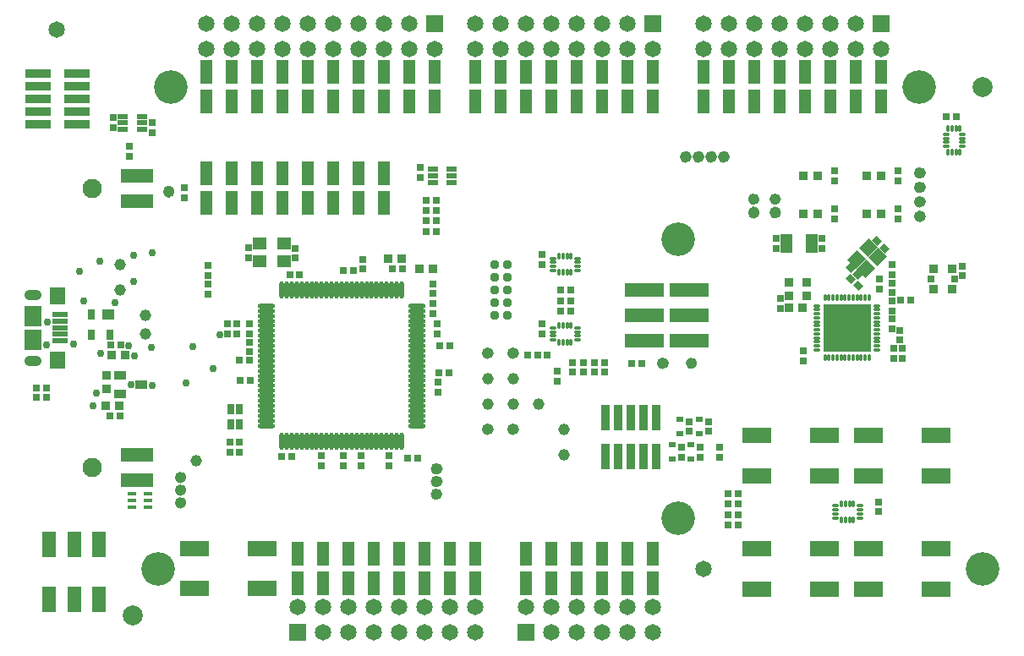
<source format=gts>
G04 Layer_Color=8388736*
%FSLAX24Y24*%
%MOIN*%
G70*
G01*
G75*
%ADD90C,0.0240*%
%ADD91C,0.0139*%
%ADD92R,0.0454X0.0769*%
%ADD93C,0.0454*%
%ADD94R,0.0277X0.0296*%
%ADD95R,0.0257X0.0296*%
%ADD96R,0.0257X0.0217*%
%ADD97R,0.0296X0.0277*%
%ADD98O,0.0305X0.0136*%
%ADD99O,0.0136X0.0305*%
%ADD100R,0.0414X0.0198*%
%ADD101R,0.0460X0.0360*%
%ADD102C,0.0787*%
%ADD103R,0.0360X0.0380*%
%ADD104R,0.0375X0.0355*%
%ADD105R,0.0288X0.0257*%
%ADD106R,0.0316X0.0395*%
%ADD107R,0.0592X0.0217*%
%ADD108R,0.0611X0.0690*%
%ADD109R,0.0670X0.0808*%
%ADD110R,0.0454X0.0395*%
%ADD111R,0.0296X0.0395*%
%ADD112R,0.0336X0.0178*%
%ADD113R,0.0532X0.0493*%
%ADD114O,0.0710X0.0178*%
%ADD115O,0.0178X0.0710*%
%ADD116O,0.0316X0.0139*%
%ADD117O,0.0139X0.0316*%
%ADD118R,0.1910X0.1910*%
G04:AMPARAMS|DCode=119|XSize=53.2mil|YSize=49.3mil|CornerRadius=0mil|HoleSize=0mil|Usage=FLASHONLY|Rotation=225.000|XOffset=0mil|YOffset=0mil|HoleType=Round|Shape=Rectangle|*
%AMROTATEDRECTD119*
4,1,4,0.0014,0.0363,0.0363,0.0014,-0.0014,-0.0363,-0.0363,-0.0014,0.0014,0.0363,0.0*
%
%ADD119ROTATEDRECTD119*%

%ADD120R,0.0355X0.0375*%
%ADD121R,0.0257X0.0316*%
%ADD122R,0.0375X0.0355*%
%ADD123R,0.1560X0.0560*%
%ADD124R,0.0462X0.0922*%
%ADD125R,0.1143X0.0611*%
%ADD126R,0.0532X0.1044*%
%ADD127R,0.1005X0.0359*%
%ADD128C,0.0370*%
%ADD129R,0.1312X0.0560*%
G04:AMPARAMS|DCode=130|XSize=25.7mil|YSize=29.6mil|CornerRadius=0mil|HoleSize=0mil|Usage=FLASHONLY|Rotation=45.000|XOffset=0mil|YOffset=0mil|HoleType=Round|Shape=Rectangle|*
%AMROTATEDRECTD130*
4,1,4,0.0014,-0.0196,-0.0196,0.0014,-0.0014,0.0196,0.0196,-0.0014,0.0014,-0.0196,0.0*
%
%ADD130ROTATEDRECTD130*%

%ADD131R,0.0296X0.0257*%
%ADD132R,0.0359X0.1005*%
%ADD133C,0.0651*%
%ADD134O,0.0690X0.0414*%
%ADD135C,0.0761*%
%ADD136R,0.0651X0.0651*%
%ADD137C,0.1320*%
%ADD138C,0.0300*%
D90*
X16572Y-6560D02*
G03*
X16572Y-6560I-110J0D01*
G01*
Y-5560D02*
G03*
X16572Y-5560I-110J0D01*
G01*
X16594D02*
G03*
X16594Y-5560I-110J0D01*
G01*
X29080Y5072D02*
G03*
X29080Y5072I-110J0D01*
G01*
X19604Y-1000D02*
G03*
X19604Y-1000I-110J0D01*
G01*
X19582D02*
G03*
X19582Y-1000I-110J0D01*
G01*
Y-4000D02*
G03*
X19582Y-4000I-110J0D01*
G01*
X19604D02*
G03*
X19604Y-4000I-110J0D01*
G01*
X18582D02*
G03*
X18582Y-4000I-110J0D01*
G01*
X18604D02*
G03*
X18604Y-4000I-110J0D01*
G01*
X18582Y-1000D02*
G03*
X18582Y-1000I-110J0D01*
G01*
X18604D02*
G03*
X18604Y-1000I-110J0D01*
G01*
X16572Y-6060D02*
G03*
X16572Y-6060I-110J0D01*
G01*
X16594D02*
G03*
X16594Y-6060I-110J0D01*
G01*
X35619Y6106D02*
G03*
X35619Y6106I-110J0D01*
G01*
X35640D02*
G03*
X35640Y6106I-110J0D01*
G01*
X29930Y4554D02*
G03*
X29930Y4554I-110J0D01*
G01*
Y4532D02*
G03*
X29930Y4532I-110J0D01*
G01*
X29080Y4554D02*
G03*
X29080Y4554I-110J0D01*
G01*
Y4532D02*
G03*
X29080Y4532I-110J0D01*
G01*
X29930Y5072D02*
G03*
X29930Y5072I-110J0D01*
G01*
X35619Y5536D02*
G03*
X35619Y5536I-110J0D01*
G01*
X35640D02*
G03*
X35640Y5536I-110J0D01*
G01*
X35619Y4966D02*
G03*
X35619Y4966I-110J0D01*
G01*
X35640D02*
G03*
X35640Y4966I-110J0D01*
G01*
X35619Y4396D02*
G03*
X35619Y4396I-110J0D01*
G01*
X35640D02*
G03*
X35640Y4396I-110J0D01*
G01*
X6020Y5356D02*
G03*
X6020Y5356I-110J0D01*
G01*
Y5378D02*
G03*
X6020Y5378I-110J0D01*
G01*
X6488Y-5900D02*
G03*
X6488Y-5900I-110J0D01*
G01*
Y-6400D02*
G03*
X6488Y-6400I-110J0D01*
G01*
Y-6900D02*
G03*
X6488Y-6900I-110J0D01*
G01*
X27900Y6729D02*
G03*
X27900Y6729I-110J0D01*
G01*
Y6751D02*
G03*
X27900Y6751I-110J0D01*
G01*
X27400Y6729D02*
G03*
X27400Y6729I-110J0D01*
G01*
Y6751D02*
G03*
X27400Y6751I-110J0D01*
G01*
X26900Y6729D02*
G03*
X26900Y6729I-110J0D01*
G01*
Y6751D02*
G03*
X26900Y6751I-110J0D01*
G01*
X26400Y6729D02*
G03*
X26400Y6729I-110J0D01*
G01*
Y6751D02*
G03*
X26400Y6751I-110J0D01*
G01*
X26628Y-1400D02*
G03*
X26628Y-1400I-110J0D01*
G01*
X25486D02*
G03*
X25486Y-1400I-110J0D01*
G01*
X25508D02*
G03*
X25508Y-1400I-110J0D01*
G01*
D91*
X16586Y-6560D02*
D03*
X16340D02*
D03*
Y-5560D02*
D03*
X16606D02*
D03*
X28970Y5196D02*
D03*
Y4950D02*
D03*
X19616Y-1000D02*
D03*
X19350D02*
D03*
Y-4000D02*
D03*
X19616D02*
D03*
X18350D02*
D03*
X18616D02*
D03*
X18350Y-1000D02*
D03*
X18616D02*
D03*
X16340Y-6060D02*
D03*
X16606D02*
D03*
X35387Y6106D02*
D03*
X35652D02*
D03*
X29820Y4676D02*
D03*
Y4410D02*
D03*
X28970Y4676D02*
D03*
Y4410D02*
D03*
X29820Y4950D02*
D03*
Y5196D02*
D03*
X35387Y5536D02*
D03*
X35652D02*
D03*
X35387Y4966D02*
D03*
X35652D02*
D03*
X35387Y4396D02*
D03*
X35652D02*
D03*
X5910Y5234D02*
D03*
Y5500D02*
D03*
X6500Y-5900D02*
D03*
X6254D02*
D03*
X6500Y-6400D02*
D03*
X6254D02*
D03*
X6500Y-6900D02*
D03*
X6254D02*
D03*
X27790Y6607D02*
D03*
Y6873D02*
D03*
X27290Y6607D02*
D03*
Y6873D02*
D03*
X26790Y6607D02*
D03*
Y6873D02*
D03*
X26290Y6607D02*
D03*
Y6873D02*
D03*
X26640Y-1400D02*
D03*
X26394D02*
D03*
X25254D02*
D03*
X25520D02*
D03*
D92*
X30268Y3319D02*
D03*
X31252D02*
D03*
D93*
X21500Y-4000D02*
D03*
X20500Y-3000D02*
D03*
X5000Y-250D02*
D03*
Y500D02*
D03*
X4000Y1500D02*
D03*
Y2500D02*
D03*
X18500Y-3000D02*
D03*
Y-2000D02*
D03*
X19500Y-3000D02*
D03*
Y-2000D02*
D03*
X21500Y-5000D02*
D03*
X7000Y-5250D02*
D03*
D94*
X27620Y-5097D02*
D03*
Y-4703D02*
D03*
X27180Y-3693D02*
D03*
Y-4087D02*
D03*
X26440Y-3693D02*
D03*
Y-4087D02*
D03*
X26120Y-4703D02*
D03*
Y-5097D02*
D03*
X26860Y-4703D02*
D03*
Y-5097D02*
D03*
X21240Y-1713D02*
D03*
Y-2107D02*
D03*
X7460Y1327D02*
D03*
Y1721D02*
D03*
Y2063D02*
D03*
Y2456D02*
D03*
X13506Y-5053D02*
D03*
Y-5447D02*
D03*
X12796Y-5053D02*
D03*
Y-5447D02*
D03*
X16336Y1737D02*
D03*
Y1343D02*
D03*
X8576Y-237D02*
D03*
Y157D02*
D03*
X8703Y-4907D02*
D03*
Y-4513D02*
D03*
X8329Y-4907D02*
D03*
Y-4513D02*
D03*
X3720Y7883D02*
D03*
Y8277D02*
D03*
X32150Y4697D02*
D03*
Y4303D02*
D03*
X34650D02*
D03*
Y4697D02*
D03*
Y5803D02*
D03*
Y6197D02*
D03*
X32150Y5803D02*
D03*
Y6197D02*
D03*
X6520Y5517D02*
D03*
Y5123D02*
D03*
X4360Y7157D02*
D03*
Y6763D02*
D03*
X5260Y7693D02*
D03*
Y8087D02*
D03*
X15820Y5933D02*
D03*
Y6327D02*
D03*
D95*
X23100Y-1363D02*
D03*
Y-1757D02*
D03*
X22680Y-1757D02*
D03*
Y-1363D02*
D03*
X22260Y-1757D02*
D03*
Y-1363D02*
D03*
X21840Y-1363D02*
D03*
Y-1757D02*
D03*
X37190Y2043D02*
D03*
Y2437D02*
D03*
X14576Y-5447D02*
D03*
Y-5053D02*
D03*
X11936Y-5447D02*
D03*
Y-5053D02*
D03*
X34490Y-1197D02*
D03*
Y-803D02*
D03*
X30930Y-1317D02*
D03*
Y-923D02*
D03*
X33940Y1523D02*
D03*
Y1917D02*
D03*
X34440Y2093D02*
D03*
Y2487D02*
D03*
Y673D02*
D03*
Y1067D02*
D03*
X34820Y-1197D02*
D03*
Y-803D02*
D03*
X9066Y2773D02*
D03*
Y3167D02*
D03*
X9096Y-237D02*
D03*
Y157D02*
D03*
X8226Y-237D02*
D03*
Y157D02*
D03*
X16336Y967D02*
D03*
Y573D02*
D03*
X16486Y-227D02*
D03*
Y167D02*
D03*
X16516Y-2143D02*
D03*
Y-2537D02*
D03*
X9096Y-957D02*
D03*
Y-563D02*
D03*
X31660Y3516D02*
D03*
Y3122D02*
D03*
X29850Y3526D02*
D03*
X29850Y3132D02*
D03*
X20610Y167D02*
D03*
Y-227D02*
D03*
X33890Y-6863D02*
D03*
Y-7256D02*
D03*
X20620Y2877D02*
D03*
Y2483D02*
D03*
X13556Y2707D02*
D03*
Y2313D02*
D03*
X10886Y2743D02*
D03*
Y3137D02*
D03*
D96*
X26070Y-4166D02*
D03*
Y-3614D02*
D03*
X26810Y-4166D02*
D03*
Y-3614D02*
D03*
X26490Y-5176D02*
D03*
Y-4624D02*
D03*
X25750Y-5176D02*
D03*
Y-4624D02*
D03*
D97*
X27971Y-7790D02*
D03*
X28365Y-7790D02*
D03*
X27971Y-7370D02*
D03*
X28365D02*
D03*
X27971Y-6950D02*
D03*
X28365D02*
D03*
X27971Y-6530D02*
D03*
X28365Y-6530D02*
D03*
X20444Y-1060D02*
D03*
X20051D02*
D03*
X20837D02*
D03*
X20443D02*
D03*
X16983Y-700D02*
D03*
X16589D02*
D03*
X15333Y-5130D02*
D03*
X15727D02*
D03*
X703Y-2380D02*
D03*
X1097D02*
D03*
X16053Y5010D02*
D03*
X16447D02*
D03*
X16053Y3800D02*
D03*
X16447D02*
D03*
X16053Y4640D02*
D03*
X16447D02*
D03*
X16053Y4220D02*
D03*
X16447D02*
D03*
X24567Y-1400D02*
D03*
X24173D02*
D03*
X21757Y1062D02*
D03*
X21363D02*
D03*
X21757Y642D02*
D03*
X21363D02*
D03*
X21757Y1482D02*
D03*
X21363D02*
D03*
D98*
X33152Y-7023D02*
D03*
Y-7338D02*
D03*
Y-7181D02*
D03*
Y-7496D02*
D03*
X32188Y-7023D02*
D03*
Y-7338D02*
D03*
Y-7181D02*
D03*
Y-7496D02*
D03*
X36545Y7626D02*
D03*
Y7469D02*
D03*
Y7311D02*
D03*
Y7154D02*
D03*
X37195D02*
D03*
Y7311D02*
D03*
Y7469D02*
D03*
Y7626D02*
D03*
X22012Y-476D02*
D03*
Y-319D02*
D03*
Y-161D02*
D03*
Y-4D02*
D03*
X21048D02*
D03*
Y-161D02*
D03*
Y-319D02*
D03*
Y-476D02*
D03*
X22012Y2264D02*
D03*
Y2421D02*
D03*
Y2579D02*
D03*
Y2736D02*
D03*
X21048D02*
D03*
Y2579D02*
D03*
Y2421D02*
D03*
Y2264D02*
D03*
D99*
X32906Y-6935D02*
D03*
X32749D02*
D03*
X32906Y-7584D02*
D03*
X32749D02*
D03*
X32591D02*
D03*
Y-6935D02*
D03*
X32434Y-6935D02*
D03*
Y-7584D02*
D03*
X36634Y6908D02*
D03*
X36791D02*
D03*
X36949D02*
D03*
X37106D02*
D03*
Y7872D02*
D03*
X36949D02*
D03*
X36791D02*
D03*
X36634D02*
D03*
X21294Y-565D02*
D03*
X21451D02*
D03*
X21609D02*
D03*
X21766Y-565D02*
D03*
Y85D02*
D03*
X21609D02*
D03*
X21451D02*
D03*
X21294D02*
D03*
Y2175D02*
D03*
X21451D02*
D03*
X21609D02*
D03*
X21766Y2175D02*
D03*
Y2825D02*
D03*
X21609D02*
D03*
X21451D02*
D03*
X21294D02*
D03*
D100*
X4844Y8080D02*
D03*
Y8336D02*
D03*
Y7824D02*
D03*
X4096Y8080D02*
D03*
Y8336D02*
D03*
Y7824D02*
D03*
X16316Y5734D02*
D03*
X16316Y5990D02*
D03*
X16316Y6246D02*
D03*
X17064D02*
D03*
Y5990D02*
D03*
Y5734D02*
D03*
D101*
X4827Y-2244D02*
D03*
X4000Y-1870D02*
D03*
Y-2618D02*
D03*
D102*
X4500Y-11350D02*
D03*
X38000Y9500D02*
D03*
D103*
X33429Y6000D02*
D03*
X33979D02*
D03*
X31479D02*
D03*
X30929D02*
D03*
X31479Y4500D02*
D03*
X30929D02*
D03*
X33979D02*
D03*
X33429D02*
D03*
D104*
X36794Y2324D02*
D03*
Y1516D02*
D03*
X36046Y2324D02*
D03*
Y1516D02*
D03*
D105*
X36877Y1920D02*
D03*
X35963D02*
D03*
D106*
X8683Y-3225D02*
D03*
Y-3795D02*
D03*
X8349Y-3225D02*
D03*
Y-3795D02*
D03*
D107*
X1618Y256D02*
D03*
Y512D02*
D03*
Y0D02*
D03*
Y-512D02*
D03*
Y-256D02*
D03*
D108*
X1530Y1260D02*
D03*
Y-1260D02*
D03*
D109*
X565Y-472D02*
D03*
Y472D02*
D03*
D110*
X3521Y534D02*
D03*
D111*
X2852Y-274D02*
D03*
X3600D02*
D03*
X2852Y534D02*
D03*
D112*
X5080Y-6548D02*
D03*
Y-6804D02*
D03*
Y-7060D02*
D03*
X4450Y-6804D02*
D03*
Y-6548D02*
D03*
Y-7060D02*
D03*
D113*
X10446Y3311D02*
D03*
Y2609D02*
D03*
X9506Y3311D02*
D03*
Y2609D02*
D03*
D114*
X15708Y665D02*
D03*
Y862D02*
D03*
Y-122D02*
D03*
Y468D02*
D03*
Y75D02*
D03*
Y272D02*
D03*
Y-1106D02*
D03*
Y-909D02*
D03*
Y-1500D02*
D03*
Y-1303D02*
D03*
Y-516D02*
D03*
Y-319D02*
D03*
Y-713D02*
D03*
Y-1894D02*
D03*
Y-1697D02*
D03*
Y-2287D02*
D03*
Y-2091D02*
D03*
Y-2484D02*
D03*
Y-3469D02*
D03*
Y-3272D02*
D03*
Y-3862D02*
D03*
Y-3665D02*
D03*
Y-2878D02*
D03*
Y-2681D02*
D03*
Y-3075D02*
D03*
X9744Y862D02*
D03*
Y665D02*
D03*
Y-516D02*
D03*
Y-319D02*
D03*
Y-909D02*
D03*
Y-713D02*
D03*
Y272D02*
D03*
Y468D02*
D03*
Y-122D02*
D03*
Y75D02*
D03*
Y-1894D02*
D03*
Y-1697D02*
D03*
Y-2287D02*
D03*
Y-2091D02*
D03*
Y-1303D02*
D03*
Y-1106D02*
D03*
Y-1500D02*
D03*
Y-3075D02*
D03*
Y-2484D02*
D03*
Y-2878D02*
D03*
Y-2681D02*
D03*
Y-3469D02*
D03*
Y-3665D02*
D03*
Y-3272D02*
D03*
Y-3862D02*
D03*
D115*
X15088Y1482D02*
D03*
X14891D02*
D03*
X14301D02*
D03*
X14104D02*
D03*
X14695D02*
D03*
X14498D02*
D03*
X13513D02*
D03*
X13317D02*
D03*
X13907D02*
D03*
X13710D02*
D03*
X13120D02*
D03*
X12923D02*
D03*
X12726D02*
D03*
X12529D02*
D03*
X12332D02*
D03*
X13317Y-4482D02*
D03*
X13120D02*
D03*
X13710D02*
D03*
X13513D02*
D03*
X12726D02*
D03*
X12529D02*
D03*
X12923D02*
D03*
X14695D02*
D03*
X14498D02*
D03*
X15088D02*
D03*
X14891D02*
D03*
X14104D02*
D03*
X13907D02*
D03*
X14301D02*
D03*
X11742Y1482D02*
D03*
X11545D02*
D03*
X12136D02*
D03*
X11939D02*
D03*
X10561D02*
D03*
X11348D02*
D03*
X11151D02*
D03*
X10954D02*
D03*
X10758D02*
D03*
X10364D02*
D03*
X11939Y-4482D02*
D03*
X11742D02*
D03*
X12332D02*
D03*
X12136D02*
D03*
X10954D02*
D03*
X11151D02*
D03*
X10758D02*
D03*
X11545D02*
D03*
X11348D02*
D03*
X10561D02*
D03*
X10364D02*
D03*
D116*
X33841Y866D02*
D03*
Y551D02*
D03*
Y709D02*
D03*
Y236D02*
D03*
Y394D02*
D03*
Y-79D02*
D03*
Y79D02*
D03*
Y-236D02*
D03*
Y-551D02*
D03*
Y-394D02*
D03*
Y-866D02*
D03*
Y-709D02*
D03*
X31459Y709D02*
D03*
Y866D02*
D03*
Y79D02*
D03*
Y236D02*
D03*
Y-79D02*
D03*
Y551D02*
D03*
Y394D02*
D03*
Y-551D02*
D03*
Y-236D02*
D03*
Y-394D02*
D03*
Y-709D02*
D03*
Y-866D02*
D03*
D117*
X33516Y1191D02*
D03*
X33201D02*
D03*
X33044D02*
D03*
X33359D02*
D03*
X32729D02*
D03*
X32571D02*
D03*
X32886D02*
D03*
X33516Y-1191D02*
D03*
X33359D02*
D03*
X33201D02*
D03*
X32886D02*
D03*
X32729D02*
D03*
X33044D02*
D03*
X32414D02*
D03*
X32571D02*
D03*
X32256Y1191D02*
D03*
X32099D02*
D03*
X32414D02*
D03*
X31941D02*
D03*
X31784D02*
D03*
X32099Y-1191D02*
D03*
X31941D02*
D03*
X32256D02*
D03*
X31784D02*
D03*
D118*
X32650Y0D02*
D03*
D119*
X33872Y2782D02*
D03*
X33482Y3171D02*
D03*
X33398Y2308D02*
D03*
X33009Y2698D02*
D03*
D120*
X30876Y800D02*
D03*
X30344D02*
D03*
X3956Y-3060D02*
D03*
X3424D02*
D03*
X16316Y2310D02*
D03*
X15784D02*
D03*
X3660Y-1090D02*
D03*
X4192D02*
D03*
X15092Y2730D02*
D03*
X14560D02*
D03*
D121*
X30010Y773D02*
D03*
Y1147D02*
D03*
X34440Y1393D02*
D03*
Y1767D02*
D03*
X34720Y-477D02*
D03*
Y-103D02*
D03*
X34440Y-27D02*
D03*
Y347D02*
D03*
D122*
X30350Y1776D02*
D03*
Y1244D02*
D03*
X31060Y1776D02*
D03*
Y1244D02*
D03*
X3470Y-1884D02*
D03*
Y-2416D02*
D03*
D123*
X26425Y1500D02*
D03*
Y500D02*
D03*
Y-500D02*
D03*
X24675Y1500D02*
D03*
Y500D02*
D03*
Y-500D02*
D03*
D124*
X25000Y-8923D02*
D03*
X24000D02*
D03*
X22000D02*
D03*
X23000D02*
D03*
X24000Y-10077D02*
D03*
X23000D02*
D03*
X25000D02*
D03*
X21000D02*
D03*
X22000D02*
D03*
X21000Y-8923D02*
D03*
X20000D02*
D03*
Y-10077D02*
D03*
X16400Y10077D02*
D03*
X15400D02*
D03*
X14400D02*
D03*
X12400D02*
D03*
X11400D02*
D03*
X13400D02*
D03*
X16400Y8923D02*
D03*
X15400D02*
D03*
X13400Y8923D02*
D03*
X12400Y8923D02*
D03*
X14400Y8923D02*
D03*
X10400Y10077D02*
D03*
X9400D02*
D03*
X8400D02*
D03*
X7400D02*
D03*
X11400Y8923D02*
D03*
X10400D02*
D03*
X9400D02*
D03*
X8400Y8923D02*
D03*
X7400D02*
D03*
X34000Y10077D02*
D03*
X32000D02*
D03*
X31000D02*
D03*
X33000D02*
D03*
X34000Y8923D02*
D03*
X33000D02*
D03*
X31000D02*
D03*
X30000D02*
D03*
X32000D02*
D03*
X30000Y10077D02*
D03*
X29000D02*
D03*
X28000D02*
D03*
X27000D02*
D03*
X29000Y8923D02*
D03*
X27000Y8923D02*
D03*
X28000D02*
D03*
X14400Y6077D02*
D03*
X13400D02*
D03*
X11400D02*
D03*
X10400D02*
D03*
X12400D02*
D03*
X13400Y4923D02*
D03*
X12400D02*
D03*
X14400D02*
D03*
X10400D02*
D03*
X9400D02*
D03*
X11400D02*
D03*
X9400Y6077D02*
D03*
X8400D02*
D03*
X7400D02*
D03*
X8400Y4923D02*
D03*
X7400D02*
D03*
X13000Y-10077D02*
D03*
X17000D02*
D03*
X13000Y-8923D02*
D03*
X17000D02*
D03*
X12000Y-10077D02*
D03*
X11000D02*
D03*
X16000D02*
D03*
X15000D02*
D03*
X18000D02*
D03*
X12000Y-8923D02*
D03*
X11000D02*
D03*
X16000Y-8923D02*
D03*
X15000Y-8923D02*
D03*
X18000D02*
D03*
X14000Y-10077D02*
D03*
Y-8923D02*
D03*
X23000Y10077D02*
D03*
X19000D02*
D03*
X23000Y8923D02*
D03*
X19000D02*
D03*
X24000Y10077D02*
D03*
X25000D02*
D03*
X20000D02*
D03*
X21000D02*
D03*
X18000D02*
D03*
X24000Y8923D02*
D03*
X25000D02*
D03*
X20000Y8923D02*
D03*
X21000Y8923D02*
D03*
X18000D02*
D03*
X22000Y10077D02*
D03*
Y8923D02*
D03*
D125*
X31749Y-4252D02*
D03*
Y-5827D02*
D03*
X29091D02*
D03*
Y-4252D02*
D03*
X36149D02*
D03*
Y-5827D02*
D03*
X33491Y-4252D02*
D03*
Y-5827D02*
D03*
X9599Y-8713D02*
D03*
Y-10287D02*
D03*
X6941Y-8713D02*
D03*
Y-10287D02*
D03*
X36149Y-8722D02*
D03*
Y-10297D02*
D03*
X33491Y-8722D02*
D03*
Y-10297D02*
D03*
X31749Y-8722D02*
D03*
Y-10297D02*
D03*
X29091Y-8722D02*
D03*
Y-10297D02*
D03*
D126*
X3164Y-8547D02*
D03*
X2180D02*
D03*
X3164Y-10713D02*
D03*
X2180D02*
D03*
X1196Y-8547D02*
D03*
Y-10713D02*
D03*
D127*
X2298Y8510D02*
D03*
Y9010D02*
D03*
Y10010D02*
D03*
Y9510D02*
D03*
Y8010D02*
D03*
X762Y10010D02*
D03*
Y9510D02*
D03*
Y9010D02*
D03*
Y8510D02*
D03*
Y8010D02*
D03*
D128*
X19250Y2500D02*
D03*
Y2000D02*
D03*
Y1000D02*
D03*
Y1500D02*
D03*
X18750Y1000D02*
D03*
X19250Y500D02*
D03*
X18750Y2500D02*
D03*
Y2000D02*
D03*
Y1500D02*
D03*
Y500D02*
D03*
D129*
X4650Y-5000D02*
D03*
Y-6000D02*
D03*
Y6000D02*
D03*
Y5000D02*
D03*
D130*
X34109Y3131D02*
D03*
X33831Y3409D02*
D03*
X33079Y1661D02*
D03*
X32801Y1939D02*
D03*
X33059Y2081D02*
D03*
X32781Y2359D02*
D03*
D131*
X35147Y1090D02*
D03*
X34753D02*
D03*
X3987Y-3480D02*
D03*
X3593D02*
D03*
X703Y-2740D02*
D03*
X1097D02*
D03*
X11073Y2080D02*
D03*
X10679D02*
D03*
X15133Y2330D02*
D03*
X14739D02*
D03*
X10753Y-5060D02*
D03*
X10359D02*
D03*
X16943Y-1760D02*
D03*
X16549D02*
D03*
X9113Y-2080D02*
D03*
X8719D02*
D03*
X9083Y-1280D02*
D03*
X8689D02*
D03*
X4013Y-690D02*
D03*
X3619D02*
D03*
X13193Y2250D02*
D03*
X12799D02*
D03*
X36553Y8330D02*
D03*
X36947D02*
D03*
D132*
X25120Y-5066D02*
D03*
X24620D02*
D03*
X24120D02*
D03*
X23620D02*
D03*
X23120D02*
D03*
X25120Y-3531D02*
D03*
X24620D02*
D03*
X24120D02*
D03*
X23620D02*
D03*
X23120D02*
D03*
D133*
X27000Y-9500D02*
D03*
X24000Y-11000D02*
D03*
X23000D02*
D03*
X25000D02*
D03*
X21000D02*
D03*
X22000D02*
D03*
X25000Y-12000D02*
D03*
X24000D02*
D03*
X22000D02*
D03*
X23000D02*
D03*
X20000Y-11000D02*
D03*
X21000Y-12000D02*
D03*
X14400Y12000D02*
D03*
X13400D02*
D03*
X15400D02*
D03*
X16400Y11000D02*
D03*
X15400D02*
D03*
X13400D02*
D03*
X12400D02*
D03*
X14400D02*
D03*
X12400Y12000D02*
D03*
X11400D02*
D03*
X10400D02*
D03*
X8400D02*
D03*
X7400D02*
D03*
X9400D02*
D03*
X10400Y11000D02*
D03*
X9400D02*
D03*
X11400D02*
D03*
X7400D02*
D03*
X8400D02*
D03*
X33000Y12000D02*
D03*
X32000D02*
D03*
X34000Y11000D02*
D03*
X32000D02*
D03*
X31000D02*
D03*
X33000D02*
D03*
X31000Y12000D02*
D03*
X30000D02*
D03*
X28000D02*
D03*
X27000D02*
D03*
X29000D02*
D03*
X30000Y11000D02*
D03*
X29000D02*
D03*
X27000D02*
D03*
X28000D02*
D03*
X19000Y12000D02*
D03*
Y11000D02*
D03*
X20000D02*
D03*
Y12000D02*
D03*
X22000Y11000D02*
D03*
Y12000D02*
D03*
X25000Y11000D02*
D03*
X24000Y12000D02*
D03*
Y11000D02*
D03*
X23000Y12000D02*
D03*
Y11000D02*
D03*
X21000Y12000D02*
D03*
Y11000D02*
D03*
X18000D02*
D03*
Y12000D02*
D03*
X17000Y-12000D02*
D03*
Y-11000D02*
D03*
X16000D02*
D03*
Y-12000D02*
D03*
X14000Y-11000D02*
D03*
Y-12000D02*
D03*
X11000Y-11000D02*
D03*
X12000Y-12000D02*
D03*
Y-11000D02*
D03*
X13000Y-12000D02*
D03*
Y-11000D02*
D03*
X15000Y-12000D02*
D03*
Y-11000D02*
D03*
X18000D02*
D03*
Y-12000D02*
D03*
X1500Y11750D02*
D03*
D134*
X565Y1299D02*
D03*
Y-1299D02*
D03*
D135*
X2880Y-5500D02*
D03*
Y5500D02*
D03*
D136*
X20000Y-12000D02*
D03*
X16400Y12000D02*
D03*
X34000D02*
D03*
X25000D02*
D03*
X11000Y-12000D02*
D03*
D137*
X38000Y-9500D02*
D03*
X6000Y9500D02*
D03*
X35500D02*
D03*
X5500Y-9500D02*
D03*
X26000Y3500D02*
D03*
Y-7500D02*
D03*
D138*
X5250Y-2260D02*
D03*
X4410Y-2250D02*
D03*
X3050Y-2590D02*
D03*
X2940Y-3060D02*
D03*
X5260Y2960D02*
D03*
X7666Y-1620D02*
D03*
X4516Y1820D02*
D03*
X4546Y-1100D02*
D03*
X2150Y-630D02*
D03*
X6586Y-2160D02*
D03*
X7916Y-260D02*
D03*
X3226Y-1000D02*
D03*
X3186Y2630D02*
D03*
X5240Y-770D02*
D03*
X3786Y1005D02*
D03*
X6856Y-750D02*
D03*
X4516Y2850D02*
D03*
X4326Y-705D02*
D03*
X2570Y1050D02*
D03*
X2390Y2240D02*
D03*
X1100Y-690D02*
D03*
X1130Y240D02*
D03*
M02*

</source>
